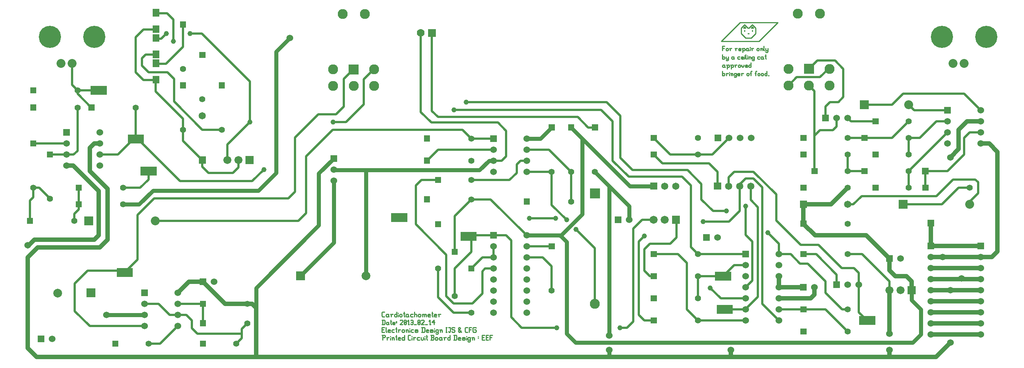
<source format=gbr>
G04 start of page 2 for group 0 idx 0 *
G04 Title: (unknown), component *
G04 Creator: pcb 20110918 *
G04 CreationDate: Thu Feb 14 20:17:10 2013 UTC *
G04 For: fosse *
G04 Format: Gerber/RS-274X *
G04 PCB-Dimensions: 893500 333500 *
G04 PCB-Coordinate-Origin: lower left *
%MOIN*%
%FSLAX25Y25*%
%LNTOP*%
%ADD41C,0.0315*%
%ADD40C,0.0472*%
%ADD39C,0.0790*%
%ADD38C,0.0320*%
%ADD37C,0.0510*%
%ADD36C,0.0380*%
%ADD35C,0.0420*%
%ADD34C,0.0395*%
%ADD33C,0.0500*%
%ADD32C,0.0280*%
%ADD31C,0.0300*%
%ADD30C,0.0118*%
%ADD29C,0.0240*%
%ADD28C,0.0460*%
%ADD27R,0.0590X0.0590*%
%ADD26R,0.0807X0.0807*%
%ADD25C,0.2000*%
%ADD24C,0.0900*%
%ADD23C,0.0700*%
%ADD22C,0.0787*%
%ADD21C,0.0650*%
%ADD20C,0.0720*%
%ADD19C,0.0800*%
%ADD18C,0.0600*%
%ADD17C,0.0550*%
%ADD16C,0.0001*%
%ADD15C,0.0090*%
%ADD14C,0.0100*%
%ADD13C,0.0350*%
%ADD12C,0.0400*%
%ADD11C,0.0200*%
G54D11*X16000Y166000D02*X21500D01*
X31000Y156500D01*
X16000Y157500D02*Y165500D01*
X15500Y166000D01*
G54D12*X52000Y186000D02*X75000Y163000D01*
X46000Y186000D02*X52000D01*
G54D11*X52500Y196000D02*X56000Y199500D01*
X31000Y196000D02*X52500D01*
X16000Y206000D02*X46000D01*
X56000Y254000D02*Y251000D01*
X51000Y277000D02*Y259000D01*
X56000Y254000D01*
X53500Y54500D02*Y79500D01*
X65000Y91000D01*
X57000Y166000D02*Y146500D01*
X53000Y142500D01*
Y136000D01*
X13000D02*Y154500D01*
X16000Y157500D01*
G54D12*X11000Y103000D02*X20000Y112000D01*
X11000Y21000D02*Y103000D01*
G54D11*X67000Y41000D02*X53500Y54500D01*
G54D12*X17000Y119000D02*X11000Y113000D01*
X19000Y13000D02*X11000Y21000D01*
X17000Y119000D02*X71000D01*
X75000Y123000D01*
X20000Y112000D02*X76000D01*
G54D11*X116500Y41000D02*X67000D01*
X65000Y91000D02*X100000D01*
X120000Y25000D02*X130500D01*
X146500Y41000D01*
G54D13*X116500Y51000D02*X82000D01*
G54D11*X100000Y91000D02*X110000Y101000D01*
Y141500D01*
G54D12*X75000Y123000D02*Y163000D01*
X67000Y181000D02*X83000Y165000D01*
Y119000D01*
X76000Y112000D01*
G54D11*X120000Y173500D02*Y181000D01*
X196000Y179500D02*X174000D01*
X213500Y172000D02*X148500D01*
X174000Y179500D02*X168500Y185000D01*
G54D13*X219000Y163500D02*X235000Y179500D01*
G54D11*X213500Y172000D02*X224000Y182500D01*
X201000Y184500D02*X196000Y179500D01*
X168500Y218500D02*X143000Y244000D01*
X169000Y190500D02*X151000Y208500D01*
Y228500D02*Y208500D01*
X143000Y244000D02*Y264500D01*
X157500Y305500D02*X168000D01*
X168500Y185000D02*Y191000D01*
G54D13*X273500Y179000D02*X287000Y192500D01*
G54D11*X262000Y194500D02*X286000Y218500D01*
X289000Y232500D02*X273000D01*
X252000Y211500D02*X273000Y232500D01*
G54D13*X287500Y182000D02*X287000Y182500D01*
G54D11*X191000Y205000D02*X211500Y225500D01*
Y262000D02*Y225500D01*
X201000Y191000D02*Y184500D01*
X191000Y205000D02*Y191000D01*
X252000Y162500D02*Y211500D01*
G54D13*X235000Y179500D02*Y289000D01*
G54D11*X168000Y305500D02*X211500Y262000D01*
G54D12*X189000Y61000D02*X213500D01*
X217000Y57500D01*
G54D11*X204000Y38500D02*X209000Y43500D01*
G54D13*X217000Y57500D02*Y75500D01*
G54D12*Y57500D02*Y13000D01*
G54D11*X169000Y43500D02*Y61000D01*
X146500D01*
G54D12*X156500Y81000D02*X146500Y71000D01*
G54D11*X159000Y39000D02*X164000Y34000D01*
X159000Y46000D02*Y39000D01*
X154000Y51000D02*X159000Y46000D01*
X164000Y34000D02*X204000D01*
Y30000D02*X199000Y25000D01*
X204000Y38500D02*Y30000D01*
X139000Y51000D02*X154000D01*
X139000D02*X129000Y61000D01*
X116500D02*X129000D01*
G54D12*X169000Y81000D02*X156500D01*
X189000Y61000D02*X169000Y81000D01*
G54D13*X124000Y163500D02*X219000D01*
G54D11*X125000Y156500D02*X240500D01*
X126000Y136000D02*X255000D01*
X186000Y218500D02*X168500D01*
X403000D02*X286000D01*
X435000Y225000D02*X375000D01*
X314000Y241500D02*X298000Y225500D01*
X289000Y232500D02*X296000Y239500D01*
G54D13*X316028Y181972D02*X316000Y182000D01*
G54D11*X381000Y200500D02*X371000Y190500D01*
X381000Y200500D02*X431000D01*
X375000Y225000D02*X365500Y234500D01*
X381000Y230000D02*X375500Y235500D01*
G54D13*X418500Y182000D02*X335500D01*
X336000D02*X287500D01*
G54D11*X396000Y108000D02*Y140500D01*
Y93000D02*X411000Y108000D01*
X396000Y140500D02*X411000Y155500D01*
X366000Y173000D02*X361000Y168000D01*
X366000Y173000D02*X381000D01*
X388500Y105500D02*X361000Y133000D01*
Y168000D02*Y133000D01*
X421000Y103000D02*X411000Y93000D01*
X423500D02*X421000Y90500D01*
Y70500D02*X412000Y61500D01*
X421000Y90500D02*Y70500D01*
X395000Y61500D02*X412000D01*
X395000D02*X388500Y68000D01*
X395000Y53000D02*X381000Y67000D01*
X395000Y53000D02*X411000D01*
X423500Y93000D02*X431000D01*
X447000Y118500D02*Y49000D01*
X456500Y39500D01*
X452000Y179500D02*X445500Y173000D01*
X388500Y105500D02*Y68000D01*
X381000Y93000D02*Y67000D01*
X396000Y93000D02*Y68000D01*
X314000Y264000D02*Y241500D01*
G54D13*X235000Y289000D02*X247500Y301500D01*
G54D11*X296000Y239500D02*Y264500D01*
X323500Y273500D02*X314000Y264000D01*
X296000Y264500D02*X305000Y273500D01*
X298000Y225500D02*X286500D01*
X375500Y235500D02*Y306000D01*
X365500D02*Y234500D01*
G54D13*X217000Y75500D02*X273500Y132000D01*
Y179000D01*
G54D11*X241000Y156500D02*X246000D01*
X255000Y136000D02*X262000Y143000D01*
X246000Y156500D02*X252000Y162500D01*
X262000Y143000D02*Y194500D01*
G54D13*X287000Y172500D02*Y116527D01*
X256973Y86500D01*
X316028D02*Y181972D01*
G54D11*X151000Y228500D02*X126500Y253000D01*
Y263209D01*
X126587Y263296D01*
X143000Y264500D02*X137000Y270500D01*
X108500Y212000D02*X148500Y172000D01*
X126383Y263500D02*X126587Y263296D01*
X114000Y276500D02*Y283000D01*
X108500Y270500D02*X115500Y263500D01*
X120000Y270500D02*X114000Y276500D01*
X115500Y263500D02*X126383D01*
X126587Y278060D02*X135560D01*
X151000Y293500D01*
X126587Y308965D02*X115465D01*
X108500Y302000D01*
Y270500D01*
X117500Y286500D02*X126217D01*
X114000Y283000D02*X117500Y286500D01*
X126217D02*X126587Y286130D01*
X142500Y318000D02*Y298500D01*
X136771Y323729D02*X142500Y318000D01*
X126587Y300894D02*X131394D01*
X126587Y323729D02*X136771D01*
X131394Y300894D02*X136000Y305500D01*
X151000Y293500D02*Y313500D01*
X137000Y270500D02*X120000D01*
X56000Y251000D02*X68500Y238500D01*
X56000Y199500D02*Y238500D01*
X75020Y253980D02*X56000Y254000D01*
G54D12*X67000Y181000D02*Y202000D01*
G54D11*X92500Y196000D02*X108500Y212000D01*
G54D12*X67000Y202000D02*X71000Y206000D01*
G54D11*X108500Y238500D02*Y212000D01*
X76000Y196000D02*X92500D01*
G54D12*X76000Y206000D02*X71000D01*
G54D13*X97000Y151000D02*X111500D01*
X124000Y163500D01*
G54D11*X97000Y166000D02*X112500D01*
X120000Y173500D01*
X110000Y141500D02*X125000Y156500D01*
G54D12*X825500Y103500D02*X880500D01*
X885500Y108500D02*X880500Y103500D01*
X825500Y83500D02*X870500D01*
Y93500D02*X825500D01*
G54D13*X809000Y26000D02*X816500Y33500D01*
G54D12*X843000Y26000D02*X830000Y13000D01*
G54D13*X816500Y33500D02*Y56000D01*
G54D12*X788000Y19500D02*Y13000D01*
X870500Y33500D02*X825500D01*
Y43500D02*X870500D01*
Y53500D02*X825500D01*
Y63500D02*X870500D01*
G54D13*X816500Y56000D02*X808000Y64500D01*
Y73500D01*
G54D11*X788000Y81500D02*Y73500D01*
G54D12*X870500D02*X825500D01*
G54D11*X686000Y136500D02*X708000Y114500D01*
X688500Y106000D02*X699000D01*
X688500Y106500D02*X689000Y106000D01*
X678500Y125500D02*X688500Y115500D01*
Y106000D01*
X699000D02*X707500Y97500D01*
X714500D01*
G54D12*X710500Y76000D02*X688500D01*
Y66000D02*X717000D01*
X688500Y76000D02*Y86000D01*
G54D11*X730500Y56000D02*X688500D01*
X730500D02*X750500Y36000D01*
Y56000D02*X745500D01*
X730500Y71000D01*
X760500Y53500D02*X768000Y46000D01*
X730500Y71000D02*Y81500D01*
G54D12*X710500Y133500D02*X721000Y123000D01*
X767000D01*
G54D11*X708000Y114500D02*X724000D01*
X722000Y106000D02*X710500D01*
X740500Y78500D02*Y87500D01*
X760500Y89000D02*X756000Y93500D01*
X745000D01*
X760500Y89000D02*Y53500D01*
X740500Y87500D02*X722000Y106000D01*
X724000Y114500D02*X745000Y93500D01*
X730500Y81500D02*X714500Y97500D01*
G54D12*X717000Y66000D02*X720500Y69500D01*
Y76000D01*
G54D11*X763500Y106000D02*X750500D01*
G54D12*X767000Y123000D02*X788000Y102000D01*
Y91500D01*
G54D11*X763500Y106000D02*X788000Y81500D01*
G54D12*Y91500D02*X793500Y86000D01*
X803500D01*
X808000Y81500D01*
Y73500D02*Y81500D01*
X788000Y73500D02*Y34000D01*
G54D13*X522500Y180500D02*X553500Y149500D01*
G54D11*X545500Y193000D02*X556500Y182000D01*
X553000Y176000D02*X538500Y190500D01*
X590500Y196000D02*X575500Y211000D01*
X628500Y196000D02*X590500D01*
X583500Y188000D02*X575500Y196000D01*
X625500Y188000D02*X583500D01*
X545500Y231000D02*Y193000D01*
G54D13*X554000Y167500D02*X501000Y220500D01*
G54D11*X538500Y190500D02*Y226000D01*
X556500Y182000D02*X606000D01*
X601000Y176000D02*X553000D01*
G54D13*X501000Y220500D02*X511000Y210500D01*
G54D11*X501000Y180500D02*Y153500D01*
X522500Y220500D02*X516500D01*
X507000Y230000D01*
X606000Y182000D02*X618500Y169500D01*
Y155500D01*
X609000Y168000D02*X601000Y176000D01*
X406500Y243500D02*X533000D01*
X481000Y200500D02*X501000Y180500D01*
X461000Y200500D02*X481000D01*
X460500Y190000D02*X461000Y190500D01*
Y180500D02*X483500D01*
G54D13*X461000Y210500D02*X473500D01*
X483500Y220500D01*
G54D11*X461000Y190500D02*X455500D01*
X438500D02*X431000D01*
G54D13*X427000D01*
X418500Y182000D01*
G54D11*X455500Y190500D02*X452000Y187000D01*
X507000Y230000D02*X381000D01*
X538500Y226000D02*X528000Y236500D01*
X395500D01*
X533000Y243500D02*X545500Y231000D01*
X435000Y225000D02*X442500Y217500D01*
Y194500D01*
X438500Y190500D01*
X403000Y218500D02*X411000Y210500D01*
G54D13*X461000Y123000D02*X491000D01*
G54D11*X483500Y95000D02*X475500Y103000D01*
X461000Y113000D02*X483500D01*
X461000Y103000D02*X475500D01*
G54D13*X491000Y123000D02*X497000Y117000D01*
G54D11*X483500Y180500D02*Y150500D01*
X487000Y138500D02*X463500D01*
G54D13*X511000Y142000D02*X491500Y122500D01*
X511000Y142000D02*Y210500D01*
G54D11*X411500Y155000D02*X411000Y155500D01*
Y210500D02*X431000D01*
X411000Y155500D02*X428500D01*
X411000Y123000D02*Y108000D01*
X421000Y103000D02*X431000D01*
X428500Y155500D02*X461000Y123000D01*
X431000Y113000D02*Y103000D01*
X411000Y123000D02*X442500D01*
X447000Y118500D01*
X452000Y187000D02*Y179500D01*
X445500Y173000D02*X411000D01*
X855500Y251000D02*X870500Y236000D01*
Y216000D02*X860500D01*
X855500Y211000D01*
Y196000D01*
G54D12*X858000Y226000D02*X850500Y218500D01*
Y201000D01*
G54D11*X805500Y166000D02*Y181000D01*
X840500Y216000D01*
X805500Y196000D02*Y211000D01*
X815500D01*
X830500Y226000D01*
X840500D01*
X855500Y196000D02*X840500Y181000D01*
X820500D01*
G54D12*X850500Y201000D02*X843000Y193500D01*
G54D11*X865500Y173500D02*X845500D01*
G54D12*X870500Y226000D02*X858000D01*
X885500Y198500D02*Y108500D01*
G54D11*X835500Y151000D02*X800500D01*
X820500Y166000D02*Y181000D01*
X850500Y166000D02*X835500Y151000D01*
X860500Y166000D02*X850500D01*
X860500Y151000D02*Y153500D01*
X868000Y161000D01*
Y171000D01*
X865500Y173500D01*
G54D12*X870500Y206000D02*X878000D01*
X885500Y198500D01*
X825500Y133500D02*Y113500D01*
X870500D02*X825500D01*
G54D11*X790500Y211000D02*X805500Y226000D01*
X840500Y236000D02*X810500D01*
X805500Y241000D01*
X765500D02*X790500D01*
X800500Y251000D01*
X855500D01*
X720500Y253500D02*X715500Y258500D01*
X734500Y243500D02*X742000D01*
X746500Y248000D01*
X725500Y218000D02*X720500Y213000D01*
X845500Y173500D02*X830500Y158500D01*
X763000D01*
G54D12*X710500Y151000D02*Y133500D01*
G54D11*X686000Y136500D02*Y160000D01*
G54D12*X710500Y151000D02*X735500D01*
X750500Y166000D01*
G54D11*X665500Y180500D02*X648000D01*
X686000Y160000D02*X665500Y180500D01*
Y174500D02*X673500Y166500D01*
X653000Y145000D02*Y169000D01*
X658500Y174500D01*
X665500D01*
G54D14*Y310500D02*X663500D01*
X664500Y308500D02*Y307500D01*
X663500Y301500D02*X667500Y305500D01*
X664500Y313500D02*X661500Y310500D01*
X663500D02*X664500Y311500D01*
X665500Y310500D01*
X661500D02*X660500D01*
G54D11*X740500Y229000D02*Y221500D01*
X750500Y211000D02*X790500D01*
X753500Y226000D02*X750500Y229000D01*
X775500Y226000D02*X753500D01*
X746500Y248000D02*Y273500D01*
X750500Y151000D02*X755500D01*
X763000Y158500D01*
X739000Y281000D02*X746500Y273500D01*
X765500Y181000D02*X750500D01*
Y196000D01*
X704500Y266000D02*X697000Y258500D01*
X734000Y273500D02*X733000D01*
X725500Y266000D01*
X715500Y273500D02*X723000Y281000D01*
X739000D01*
X725500Y266000D02*X704500D01*
X720500Y181000D02*Y253500D01*
X730500Y239500D02*X734500Y243500D01*
X737000Y218000D02*X725500D01*
X740500Y221500D02*X737000Y218000D01*
X730500Y229000D02*Y239500D01*
G54D14*X656500Y310500D02*X657500Y311500D01*
X653500Y315500D02*X636500Y298500D01*
G54D11*X628500Y196000D02*X643500Y211000D01*
G54D14*X657500Y313500D02*X654500Y310500D01*
Y305500D01*
G54D11*X633000Y167500D02*Y180500D01*
X625500Y188000D01*
X648000Y180500D02*X643000Y175500D01*
Y167500D01*
G54D14*X687500Y315500D02*X670500Y298500D01*
X653500Y315500D02*X687500D01*
X667500Y310500D02*X664500Y313500D01*
X667500Y305500D02*Y310500D01*
X654500Y305500D02*X658500Y301500D01*
X636500Y298500D02*X670500D01*
X661500Y305500D02*X660500D01*
X657500Y308500D02*Y307500D01*
X658500Y301500D02*X663500D01*
X658500Y310500D02*X656500D01*
X660500D02*X657500Y313500D01*
Y311500D02*X658500Y310500D01*
G54D13*X505000Y26000D02*X809000D01*
G54D12*X830000Y13000D02*X19500D01*
G54D11*X615500Y86000D02*Y66000D01*
X575500Y106000D02*X597500D01*
X605500Y98000D01*
Y56000D01*
X615500Y46000D01*
G54D13*X535500Y167500D02*Y32500D01*
G54D11*X522500Y111500D02*X505500Y128500D01*
X522500Y111500D02*Y61000D01*
X483500Y95000D02*Y73000D01*
G54D13*X497000Y117000D02*Y34000D01*
G54D11*X596000Y136500D02*X595500Y137000D01*
G54D13*X575500Y167500D02*X554000D01*
X553500Y149500D02*Y137000D01*
G54D11*X618500Y155500D02*X629000Y145000D01*
X609000Y112500D02*Y168000D01*
X483500Y150500D02*X497000Y137000D01*
G54D13*Y34000D02*X505000Y26000D01*
G54D11*X456500Y39500D02*X488000D01*
X575500Y86000D02*X572000D01*
X567000Y91000D01*
X562000Y51000D02*Y117500D01*
X567000Y122500D01*
Y91000D02*Y110500D01*
X572000Y115500D01*
X590500D01*
X596000Y121000D01*
Y136500D01*
G54D13*X535500Y13000D02*Y19000D01*
G54D11*X575500Y46000D02*X567000D01*
X562000Y51000D01*
X545000Y39500D02*X551500D01*
X638000Y86000D02*X615500D01*
X620000Y135500D02*X643500D01*
X653000Y145000D01*
X629000D02*X641000D01*
X615500Y106000D02*X609000Y112500D01*
X648000Y96000D02*X638000Y86000D01*
X551500Y39500D02*X557000Y45000D01*
Y129000D01*
X565000Y137000D01*
X575500D01*
X636000Y66000D02*X626500Y75500D01*
G54D12*X645000Y19000D02*Y13000D01*
G54D11*X615500Y46000D02*X658500D01*
X663000Y167500D02*Y155000D01*
X669500Y148500D01*
X658500Y149500D02*Y123500D01*
Y106000D02*X615500D01*
X658500Y66000D02*X636000D01*
X639500Y56000D02*X658500D01*
Y56500D01*
Y96000D02*X648000D01*
X669500Y148500D02*Y67500D01*
X658500Y123500D02*X664500Y117500D01*
Y82000D01*
X658500Y76000D01*
X673500Y166500D02*Y61000D01*
X658500Y56500D02*X669500Y67500D01*
X673500Y61000D02*X688500Y46000D01*
G54D15*X331050Y32900D02*Y28500D01*
X330500Y32900D02*X332700D01*
X333250Y32350D01*
Y31250D01*
X332700Y30700D02*X333250Y31250D01*
X331050Y30700D02*X332700D01*
X335120Y30150D02*Y28500D01*
Y30150D02*X335670Y30700D01*
X336770D01*
X334570D02*X335120Y30150D01*
X338090Y31800D02*Y31250D01*
Y30150D02*Y28500D01*
X339740Y30150D02*Y28500D01*
Y30150D02*X340290Y30700D01*
X340840D01*
X341390Y30150D01*
Y28500D01*
X339190Y30700D02*X339740Y30150D01*
X343260Y32900D02*Y29050D01*
X343810Y28500D01*
X342710Y31250D02*X343810D01*
X345460Y28500D02*X347110D01*
X344910Y29050D02*X345460Y28500D01*
X344910Y30150D02*Y29050D01*
Y30150D02*X345460Y30700D01*
X346560D01*
X347110Y30150D01*
X344910Y29600D02*X347110D01*
Y30150D02*Y29600D01*
X350630Y32900D02*Y28500D01*
X350080D02*X350630Y29050D01*
X348980Y28500D02*X350080D01*
X348430Y29050D02*X348980Y28500D01*
X348430Y30150D02*Y29050D01*
Y30150D02*X348980Y30700D01*
X350080D01*
X350630Y30150D01*
X354480Y28500D02*X356130D01*
X353930Y29050D02*X354480Y28500D01*
X353930Y32350D02*Y29050D01*
Y32350D02*X354480Y32900D01*
X356130D01*
X357450Y31800D02*Y31250D01*
Y30150D02*Y28500D01*
X359100Y30150D02*Y28500D01*
Y30150D02*X359650Y30700D01*
X360750D01*
X358550D02*X359100Y30150D01*
X362620Y30700D02*X364270D01*
X362070Y30150D02*X362620Y30700D01*
X362070Y30150D02*Y29050D01*
X362620Y28500D01*
X364270D01*
X365590Y30700D02*Y29050D01*
X366140Y28500D01*
X367240D01*
X367790Y29050D01*
Y30700D02*Y29050D01*
X369110Y31800D02*Y31250D01*
Y30150D02*Y28500D01*
X370760Y32900D02*Y29050D01*
X371310Y28500D01*
X370210Y31250D02*X371310D01*
X374390Y28500D02*X376590D01*
X377140Y29050D01*
Y30150D02*Y29050D01*
X376590Y30700D02*X377140Y30150D01*
X374940Y30700D02*X376590D01*
X374940Y32900D02*Y28500D01*
X374390Y32900D02*X376590D01*
X377140Y32350D01*
Y31250D01*
X376590Y30700D02*X377140Y31250D01*
X378460Y30150D02*Y29050D01*
Y30150D02*X379010Y30700D01*
X380110D01*
X380660Y30150D01*
Y29050D01*
X380110Y28500D02*X380660Y29050D01*
X379010Y28500D02*X380110D01*
X378460Y29050D02*X379010Y28500D01*
X383630Y30700D02*X384180Y30150D01*
X382530Y30700D02*X383630D01*
X381980Y30150D02*X382530Y30700D01*
X381980Y30150D02*Y29050D01*
X382530Y28500D01*
X384180Y30700D02*Y29050D01*
X384730Y28500D01*
X382530D02*X383630D01*
X384180Y29050D01*
X386600Y30150D02*Y28500D01*
Y30150D02*X387150Y30700D01*
X388250D01*
X386050D02*X386600Y30150D01*
X391770Y32900D02*Y28500D01*
X391220D02*X391770Y29050D01*
X390120Y28500D02*X391220D01*
X389570Y29050D02*X390120Y28500D01*
X389570Y30150D02*Y29050D01*
Y30150D02*X390120Y30700D01*
X391220D01*
X391770Y30150D01*
X395620Y32900D02*Y28500D01*
X397270Y32900D02*X397820Y32350D01*
Y29050D01*
X397270Y28500D02*X397820Y29050D01*
X395070Y28500D02*X397270D01*
X395070Y32900D02*X397270D01*
X399690Y28500D02*X401340D01*
X399140Y29050D02*X399690Y28500D01*
X399140Y30150D02*Y29050D01*
Y30150D02*X399690Y30700D01*
X400790D01*
X401340Y30150D01*
X399140Y29600D02*X401340D01*
Y30150D02*Y29600D01*
X403210Y28500D02*X404860D01*
X405410Y29050D01*
X404860Y29600D02*X405410Y29050D01*
X403210Y29600D02*X404860D01*
X402660Y30150D02*X403210Y29600D01*
X402660Y30150D02*X403210Y30700D01*
X404860D01*
X405410Y30150D01*
X402660Y29050D02*X403210Y28500D01*
X406730Y31800D02*Y31250D01*
Y30150D02*Y28500D01*
X409480Y30700D02*X410030Y30150D01*
X408380Y30700D02*X409480D01*
X407830Y30150D02*X408380Y30700D01*
X407830Y30150D02*Y29050D01*
X408380Y28500D01*
X409480D01*
X410030Y29050D01*
X407830Y27400D02*X408380Y26850D01*
X409480D01*
X410030Y27400D01*
Y30700D02*Y27400D01*
X411900Y30150D02*Y28500D01*
Y30150D02*X412450Y30700D01*
X413000D01*
X413550Y30150D01*
Y28500D01*
X411350Y30700D02*X411900Y30150D01*
X416850Y31250D02*X417400D01*
X416850Y30150D02*X417400D01*
X420700Y30700D02*X422350D01*
X420700Y28500D02*X422900D01*
X420700Y32900D02*Y28500D01*
Y32900D02*X422900D01*
X424220Y30700D02*X425870D01*
X424220Y28500D02*X426420D01*
X424220Y32900D02*Y28500D01*
Y32900D02*X426420D01*
X427740D02*Y28500D01*
Y32900D02*X429940D01*
X427740Y30700D02*X429390D01*
X330500Y37700D02*X332150D01*
X330500Y35500D02*X332700D01*
X330500Y39900D02*Y35500D01*
Y39900D02*X332700D01*
X334020D02*Y36050D01*
X334570Y35500D01*
X336220D02*X337870D01*
X335670Y36050D02*X336220Y35500D01*
X335670Y37150D02*Y36050D01*
Y37150D02*X336220Y37700D01*
X337320D01*
X337870Y37150D01*
X335670Y36600D02*X337870D01*
Y37150D02*Y36600D01*
X339740Y37700D02*X341390D01*
X339190Y37150D02*X339740Y37700D01*
X339190Y37150D02*Y36050D01*
X339740Y35500D01*
X341390D01*
X343260Y39900D02*Y36050D01*
X343810Y35500D01*
X342710Y38250D02*X343810D01*
X345460Y37150D02*Y35500D01*
Y37150D02*X346010Y37700D01*
X347110D01*
X344910D02*X345460Y37150D01*
X348430D02*Y36050D01*
Y37150D02*X348980Y37700D01*
X350080D01*
X350630Y37150D01*
Y36050D01*
X350080Y35500D02*X350630Y36050D01*
X348980Y35500D02*X350080D01*
X348430Y36050D02*X348980Y35500D01*
X352500Y37150D02*Y35500D01*
Y37150D02*X353050Y37700D01*
X353600D01*
X354150Y37150D01*
Y35500D01*
X351950Y37700D02*X352500Y37150D01*
X355470Y38800D02*Y38250D01*
Y37150D02*Y35500D01*
X357120Y37700D02*X358770D01*
X356570Y37150D02*X357120Y37700D01*
X356570Y37150D02*Y36050D01*
X357120Y35500D01*
X358770D01*
X360640D02*X362290D01*
X362840Y36050D01*
X362290Y36600D02*X362840Y36050D01*
X360640Y36600D02*X362290D01*
X360090Y37150D02*X360640Y36600D01*
X360090Y37150D02*X360640Y37700D01*
X362290D01*
X362840Y37150D01*
X360090Y36050D02*X360640Y35500D01*
X366690Y39900D02*Y35500D01*
X368340Y39900D02*X368890Y39350D01*
Y36050D01*
X368340Y35500D02*X368890Y36050D01*
X366140Y35500D02*X368340D01*
X366140Y39900D02*X368340D01*
X370760Y35500D02*X372410D01*
X370210Y36050D02*X370760Y35500D01*
X370210Y37150D02*Y36050D01*
Y37150D02*X370760Y37700D01*
X371860D01*
X372410Y37150D01*
X370210Y36600D02*X372410D01*
Y37150D02*Y36600D01*
X374280Y35500D02*X375930D01*
X376480Y36050D01*
X375930Y36600D02*X376480Y36050D01*
X374280Y36600D02*X375930D01*
X373730Y37150D02*X374280Y36600D01*
X373730Y37150D02*X374280Y37700D01*
X375930D01*
X376480Y37150D01*
X373730Y36050D02*X374280Y35500D01*
X377800Y38800D02*Y38250D01*
Y37150D02*Y35500D01*
X380550Y37700D02*X381100Y37150D01*
X379450Y37700D02*X380550D01*
X378900Y37150D02*X379450Y37700D01*
X378900Y37150D02*Y36050D01*
X379450Y35500D01*
X380550D01*
X381100Y36050D01*
X378900Y34400D02*X379450Y33850D01*
X380550D01*
X381100Y34400D01*
Y37700D02*Y34400D01*
X382970Y37150D02*Y35500D01*
Y37150D02*X383520Y37700D01*
X384070D01*
X384620Y37150D01*
Y35500D01*
X382420Y37700D02*X382970Y37150D01*
X387920Y39900D02*X389020D01*
X388470D02*Y35500D01*
X387920D02*X389020D01*
X390340Y39900D02*X391990D01*
Y36050D01*
X391440Y35500D02*X391990Y36050D01*
X390890Y35500D02*X391440D01*
X390340Y36050D02*X390890Y35500D01*
X395510Y39900D02*X396060Y39350D01*
X393860Y39900D02*X395510D01*
X393310Y39350D02*X393860Y39900D01*
X393310Y39350D02*Y38250D01*
X393860Y37700D01*
X395510D01*
X396060Y37150D01*
Y36050D01*
X395510Y35500D02*X396060Y36050D01*
X393860Y35500D02*X395510D01*
X393310Y36050D02*X393860Y35500D01*
X399360Y36050D02*X399910Y35500D01*
X399360Y39350D02*Y38250D01*
Y39350D02*X399910Y39900D01*
X399360Y37150D02*X401010Y38800D01*
X399910Y35500D02*X400460D01*
X401560Y36600D01*
X399360Y38250D02*X402110Y35500D01*
X399910Y39900D02*X400460D01*
X401010Y39350D01*
Y38800D01*
X399360Y37150D02*Y36050D01*
X405960Y35500D02*X407610D01*
X405410Y36050D02*X405960Y35500D01*
X405410Y39350D02*Y36050D01*
Y39350D02*X405960Y39900D01*
X407610D01*
X408930D02*Y35500D01*
Y39900D02*X411130D01*
X408930Y37700D02*X410580D01*
X414650Y39900D02*X415200Y39350D01*
X413000Y39900D02*X414650D01*
X412450Y39350D02*X413000Y39900D01*
X412450Y39350D02*Y36050D01*
X413000Y35500D01*
X414650D01*
X415200Y36050D01*
Y37150D02*Y36050D01*
X414650Y37700D02*X415200Y37150D01*
X413550Y37700D02*X414650D01*
X331050Y49500D02*X332700D01*
X330500Y50050D02*X331050Y49500D01*
X330500Y53350D02*Y50050D01*
Y53350D02*X331050Y53900D01*
X332700D01*
X335670Y51700D02*X336220Y51150D01*
X334570Y51700D02*X335670D01*
X334020Y51150D02*X334570Y51700D01*
X334020Y51150D02*Y50050D01*
X334570Y49500D01*
X336220Y51700D02*Y50050D01*
X336770Y49500D01*
X334570D02*X335670D01*
X336220Y50050D01*
X338640Y51150D02*Y49500D01*
Y51150D02*X339190Y51700D01*
X340290D01*
X338090D02*X338640Y51150D01*
X343810Y53900D02*Y49500D01*
X343260D02*X343810Y50050D01*
X342160Y49500D02*X343260D01*
X341610Y50050D02*X342160Y49500D01*
X341610Y51150D02*Y50050D01*
Y51150D02*X342160Y51700D01*
X343260D01*
X343810Y51150D01*
X345130Y52800D02*Y52250D01*
Y51150D02*Y49500D01*
X346230Y51150D02*Y50050D01*
Y51150D02*X346780Y51700D01*
X347880D01*
X348430Y51150D01*
Y50050D01*
X347880Y49500D02*X348430Y50050D01*
X346780Y49500D02*X347880D01*
X346230Y50050D02*X346780Y49500D01*
X350300Y53900D02*Y50050D01*
X350850Y49500D01*
X349750Y52250D02*X350850D01*
X353600Y51700D02*X354150Y51150D01*
X352500Y51700D02*X353600D01*
X351950Y51150D02*X352500Y51700D01*
X351950Y51150D02*Y50050D01*
X352500Y49500D01*
X354150Y51700D02*Y50050D01*
X354700Y49500D01*
X352500D02*X353600D01*
X354150Y50050D01*
X356570Y51700D02*X358220D01*
X356020Y51150D02*X356570Y51700D01*
X356020Y51150D02*Y50050D01*
X356570Y49500D01*
X358220D01*
X359540Y53900D02*Y49500D01*
Y51150D02*X360090Y51700D01*
X361190D01*
X361740Y51150D01*
Y49500D01*
X363060Y51150D02*Y50050D01*
Y51150D02*X363610Y51700D01*
X364710D01*
X365260Y51150D01*
Y50050D01*
X364710Y49500D02*X365260Y50050D01*
X363610Y49500D02*X364710D01*
X363060Y50050D02*X363610Y49500D01*
X367130Y51150D02*Y49500D01*
Y51150D02*X367680Y51700D01*
X368230D01*
X368780Y51150D01*
Y49500D01*
Y51150D02*X369330Y51700D01*
X369880D01*
X370430Y51150D01*
Y49500D01*
X366580Y51700D02*X367130Y51150D01*
X372300Y49500D02*X373950D01*
X371750Y50050D02*X372300Y49500D01*
X371750Y51150D02*Y50050D01*
Y51150D02*X372300Y51700D01*
X373400D01*
X373950Y51150D01*
X371750Y50600D02*X373950D01*
Y51150D02*Y50600D01*
X375820Y53900D02*Y50050D01*
X376370Y49500D01*
X375270Y52250D02*X376370D01*
X378020Y49500D02*X379670D01*
X377470Y50050D02*X378020Y49500D01*
X377470Y51150D02*Y50050D01*
Y51150D02*X378020Y51700D01*
X379120D01*
X379670Y51150D01*
X377470Y50600D02*X379670D01*
Y51150D02*Y50600D01*
X381540Y51150D02*Y49500D01*
Y51150D02*X382090Y51700D01*
X383190D01*
X380990D02*X381540Y51150D01*
X637500Y286510D02*Y282550D01*
Y283045D02*X637995Y282550D01*
X638985D01*
X639480Y283045D01*
Y284035D02*Y283045D01*
X638985Y284530D02*X639480Y284035D01*
X637995Y284530D02*X638985D01*
X637500Y284035D02*X637995Y284530D01*
X640668D02*Y283045D01*
X641163Y282550D01*
X642648Y284530D02*Y281560D01*
X642153Y281065D02*X642648Y281560D01*
X641163Y281065D02*X642153D01*
X640668Y281560D02*X641163Y281065D01*
Y282550D02*X642153D01*
X642648Y283045D01*
X647103Y284530D02*X647598Y284035D01*
X646113Y284530D02*X647103D01*
X645618Y284035D02*X646113Y284530D01*
X645618Y284035D02*Y283045D01*
X646113Y282550D01*
X647598Y284530D02*Y283045D01*
X648093Y282550D01*
X646113D02*X647103D01*
X647598Y283045D01*
X651558Y284530D02*X653043D01*
X651063Y284035D02*X651558Y284530D01*
X651063Y284035D02*Y283045D01*
X651558Y282550D01*
X653043D01*
X654726D02*X656211D01*
X654231Y283045D02*X654726Y282550D01*
X654231Y284035D02*Y283045D01*
Y284035D02*X654726Y284530D01*
X655716D01*
X656211Y284035D01*
X654231Y283540D02*X656211D01*
Y284035D02*Y283540D01*
X657399Y285520D02*Y285025D01*
Y284035D02*Y282550D01*
X658389Y286510D02*Y283045D01*
X658884Y282550D01*
X659874Y285520D02*Y285025D01*
Y284035D02*Y282550D01*
X661359Y284035D02*Y282550D01*
Y284035D02*X661854Y284530D01*
X662349D01*
X662844Y284035D01*
Y282550D01*
X660864Y284530D02*X661359Y284035D01*
X665517Y284530D02*X666012Y284035D01*
X664527Y284530D02*X665517D01*
X664032Y284035D02*X664527Y284530D01*
X664032Y284035D02*Y283045D01*
X664527Y282550D01*
X665517D01*
X666012Y283045D01*
X664032Y281560D02*X664527Y281065D01*
X665517D01*
X666012Y281560D01*
Y284530D02*Y281560D01*
X669477Y284530D02*X670962D01*
X668982Y284035D02*X669477Y284530D01*
X668982Y284035D02*Y283045D01*
X669477Y282550D01*
X670962D01*
X673635Y284530D02*X674130Y284035D01*
X672645Y284530D02*X673635D01*
X672150Y284035D02*X672645Y284530D01*
X672150Y284035D02*Y283045D01*
X672645Y282550D01*
X674130Y284530D02*Y283045D01*
X674625Y282550D01*
X672645D02*X673635D01*
X674130Y283045D01*
X676308Y286510D02*Y283045D01*
X676803Y282550D01*
X675813Y285025D02*X676803D01*
X638985Y277030D02*X639480Y276535D01*
X637995Y277030D02*X638985D01*
X637500Y276535D02*X637995Y277030D01*
X637500Y276535D02*Y275545D01*
X637995Y275050D01*
X639480Y277030D02*Y275545D01*
X639975Y275050D01*
X637995D02*X638985D01*
X639480Y275545D01*
X641658Y276535D02*Y273565D01*
X641163Y277030D02*X641658Y276535D01*
X642153Y277030D01*
X643143D01*
X643638Y276535D01*
Y275545D01*
X643143Y275050D02*X643638Y275545D01*
X642153Y275050D02*X643143D01*
X641658Y275545D02*X642153Y275050D01*
X645321Y276535D02*Y273565D01*
X644826Y277030D02*X645321Y276535D01*
X645816Y277030D01*
X646806D01*
X647301Y276535D01*
Y275545D01*
X646806Y275050D02*X647301Y275545D01*
X645816Y275050D02*X646806D01*
X645321Y275545D02*X645816Y275050D01*
X648984Y276535D02*Y275050D01*
Y276535D02*X649479Y277030D01*
X650469D01*
X648489D02*X648984Y276535D01*
X651657D02*Y275545D01*
Y276535D02*X652152Y277030D01*
X653142D01*
X653637Y276535D01*
Y275545D01*
X653142Y275050D02*X653637Y275545D01*
X652152Y275050D02*X653142D01*
X651657Y275545D02*X652152Y275050D01*
X654825Y277030D02*Y276040D01*
X655815Y275050D01*
X656805Y276040D01*
Y277030D02*Y276040D01*
X658488Y275050D02*X659973D01*
X657993Y275545D02*X658488Y275050D01*
X657993Y276535D02*Y275545D01*
Y276535D02*X658488Y277030D01*
X659478D01*
X659973Y276535D01*
X657993Y276040D02*X659973D01*
Y276535D02*Y276040D01*
X663141Y279010D02*Y275050D01*
X662646D02*X663141Y275545D01*
X661656Y275050D02*X662646D01*
X661161Y275545D02*X661656Y275050D01*
X661161Y276535D02*Y275545D01*
Y276535D02*X661656Y277030D01*
X662646D01*
X663141Y276535D01*
X637500Y271510D02*Y267550D01*
Y268045D02*X637995Y267550D01*
X638985D01*
X639480Y268045D01*
Y269035D02*Y268045D01*
X638985Y269530D02*X639480Y269035D01*
X637995Y269530D02*X638985D01*
X637500Y269035D02*X637995Y269530D01*
X641163Y269035D02*Y267550D01*
Y269035D02*X641658Y269530D01*
X642648D01*
X640668D02*X641163Y269035D01*
X643836Y270520D02*Y270025D01*
Y269035D02*Y267550D01*
X645321Y269035D02*Y267550D01*
Y269035D02*X645816Y269530D01*
X646311D01*
X646806Y269035D01*
Y267550D01*
X644826Y269530D02*X645321Y269035D01*
X649479Y269530D02*X649974Y269035D01*
X648489Y269530D02*X649479D01*
X647994Y269035D02*X648489Y269530D01*
X647994Y269035D02*Y268045D01*
X648489Y267550D01*
X649479D01*
X649974Y268045D01*
X647994Y266560D02*X648489Y266065D01*
X649479D01*
X649974Y266560D01*
Y269530D02*Y266560D01*
X651657Y267550D02*X653142D01*
X651162Y268045D02*X651657Y267550D01*
X651162Y269035D02*Y268045D01*
Y269035D02*X651657Y269530D01*
X652647D01*
X653142Y269035D01*
X651162Y268540D02*X653142D01*
Y269035D02*Y268540D01*
X654825Y269035D02*Y267550D01*
Y269035D02*X655320Y269530D01*
X656310D01*
X654330D02*X654825Y269035D01*
X659280D02*Y268045D01*
Y269035D02*X659775Y269530D01*
X660765D01*
X661260Y269035D01*
Y268045D01*
X660765Y267550D02*X661260Y268045D01*
X659775Y267550D02*X660765D01*
X659280Y268045D02*X659775Y267550D01*
X662943Y271015D02*Y267550D01*
Y271015D02*X663438Y271510D01*
X663933D01*
X662448Y269530D02*X663438D01*
X667200Y271015D02*Y267550D01*
Y271015D02*X667695Y271510D01*
X668190D01*
X666705Y269530D02*X667695D01*
X669180Y269035D02*Y268045D01*
Y269035D02*X669675Y269530D01*
X670665D01*
X671160Y269035D01*
Y268045D01*
X670665Y267550D02*X671160Y268045D01*
X669675Y267550D02*X670665D01*
X669180Y268045D02*X669675Y267550D01*
X672348Y269035D02*Y268045D01*
Y269035D02*X672843Y269530D01*
X673833D01*
X674328Y269035D01*
Y268045D01*
X673833Y267550D02*X674328Y268045D01*
X672843Y267550D02*X673833D01*
X672348Y268045D02*X672843Y267550D01*
X677496Y271510D02*Y267550D01*
X677001D02*X677496Y268045D01*
X676011Y267550D02*X677001D01*
X675516Y268045D02*X676011Y267550D01*
X675516Y269035D02*Y268045D01*
Y269035D02*X676011Y269530D01*
X677001D01*
X677496Y269035D01*
X678684Y267550D02*X679179D01*
X637500Y294010D02*Y290050D01*
Y294010D02*X639480D01*
X637500Y292030D02*X638985D01*
X640668Y291535D02*Y290545D01*
Y291535D02*X641163Y292030D01*
X642153D01*
X642648Y291535D01*
Y290545D01*
X642153Y290050D02*X642648Y290545D01*
X641163Y290050D02*X642153D01*
X640668Y290545D02*X641163Y290050D01*
X644331Y291535D02*Y290050D01*
Y291535D02*X644826Y292030D01*
X645816D01*
X643836D02*X644331Y291535D01*
X649281D02*Y290050D01*
Y291535D02*X649776Y292030D01*
X650766D01*
X648786D02*X649281Y291535D01*
X652449Y290050D02*X653934D01*
X651954Y290545D02*X652449Y290050D01*
X651954Y291535D02*Y290545D01*
Y291535D02*X652449Y292030D01*
X653439D01*
X653934Y291535D01*
X651954Y291040D02*X653934D01*
Y291535D02*Y291040D01*
X655617Y291535D02*Y288565D01*
X655122Y292030D02*X655617Y291535D01*
X656112Y292030D01*
X657102D01*
X657597Y291535D01*
Y290545D01*
X657102Y290050D02*X657597Y290545D01*
X656112Y290050D02*X657102D01*
X655617Y290545D02*X656112Y290050D01*
X660270Y292030D02*X660765Y291535D01*
X659280Y292030D02*X660270D01*
X658785Y291535D02*X659280Y292030D01*
X658785Y291535D02*Y290545D01*
X659280Y290050D01*
X660765Y292030D02*Y290545D01*
X661260Y290050D01*
X659280D02*X660270D01*
X660765Y290545D01*
X662448Y293020D02*Y292525D01*
Y291535D02*Y290050D01*
X663933Y291535D02*Y290050D01*
Y291535D02*X664428Y292030D01*
X665418D01*
X663438D02*X663933Y291535D01*
X668388D02*Y290545D01*
Y291535D02*X668883Y292030D01*
X669873D01*
X670368Y291535D01*
Y290545D01*
X669873Y290050D02*X670368Y290545D01*
X668883Y290050D02*X669873D01*
X668388Y290545D02*X668883Y290050D01*
X672051Y291535D02*Y290050D01*
Y291535D02*X672546Y292030D01*
X673041D01*
X673536Y291535D01*
Y290050D01*
X671556Y292030D02*X672051Y291535D01*
X674724Y294010D02*Y290545D01*
X675219Y290050D01*
X676209Y292030D02*Y290545D01*
X676704Y290050D01*
X678189Y292030D02*Y289060D01*
X677694Y288565D02*X678189Y289060D01*
X676704Y288565D02*X677694D01*
X676209Y289060D02*X676704Y288565D01*
Y290050D02*X677694D01*
X678189Y290545D01*
X331000Y46500D02*Y42500D01*
X332500Y46500D02*X333000Y46000D01*
Y43000D01*
X332500Y42500D02*X333000Y43000D01*
X330500Y42500D02*X332500D01*
X330500Y46500D02*X332500D01*
X335700Y44500D02*X336200Y44000D01*
X334700Y44500D02*X335700D01*
X334200Y44000D02*X334700Y44500D01*
X334200Y44000D02*Y43000D01*
X334700Y42500D01*
X336200Y44500D02*Y43000D01*
X336700Y42500D01*
X334700D02*X335700D01*
X336200Y43000D01*
X338400Y46500D02*Y43000D01*
X338900Y42500D01*
X337900Y45000D02*X338900D01*
X340400Y42500D02*X341900D01*
X339900Y43000D02*X340400Y42500D01*
X339900Y44000D02*Y43000D01*
Y44000D02*X340400Y44500D01*
X341400D01*
X341900Y44000D01*
X339900Y43500D02*X341900D01*
Y44000D02*Y43500D01*
X343100Y45000D02*X343600D01*
X343100Y44000D02*X343600D01*
X346600Y46000D02*X347100Y46500D01*
X348600D01*
X349100Y46000D01*
Y45000D01*
X346600Y42500D02*X349100Y45000D01*
X346600Y42500D02*X349100D01*
X350300Y43000D02*X350800Y42500D01*
X350300Y46000D02*Y43000D01*
Y46000D02*X350800Y46500D01*
X351800D01*
X352300Y46000D01*
Y43000D01*
X351800Y42500D02*X352300Y43000D01*
X350800Y42500D02*X351800D01*
X350300Y43500D02*X352300Y45500D01*
X354000Y42500D02*X355000D01*
X354500Y46500D02*Y42500D01*
X353500Y45500D02*X354500Y46500D01*
X356200Y46000D02*X356700Y46500D01*
X357700D01*
X358200Y46000D01*
Y43000D01*
X357700Y42500D02*X358200Y43000D01*
X356700Y42500D02*X357700D01*
X356200Y43000D02*X356700Y42500D01*
Y44500D02*X358200D01*
X359400Y42500D02*X361400D01*
X362600Y43000D02*X363100Y42500D01*
X362600Y46000D02*Y43000D01*
Y46000D02*X363100Y46500D01*
X364100D01*
X364600Y46000D01*
Y43000D01*
X364100Y42500D02*X364600Y43000D01*
X363100Y42500D02*X364100D01*
X362600Y43500D02*X364600Y45500D01*
X365800Y46000D02*X366300Y46500D01*
X367800D01*
X368300Y46000D01*
Y45000D01*
X365800Y42500D02*X368300Y45000D01*
X365800Y42500D02*X368300D01*
X369500D02*X371500D01*
X373200D02*X374200D01*
X373700Y46500D02*Y42500D01*
X372700Y45500D02*X373700Y46500D01*
X375400Y44500D02*X377400Y46500D01*
X375400Y44500D02*X377900D01*
X377400Y46500D02*Y42500D01*
G54D16*G36*
X166250Y27750D02*Y22250D01*
X171750D01*
Y27750D01*
X166250D01*
G37*
G54D17*X199000Y25000D03*
G54D16*G36*
X166250Y63750D02*Y58250D01*
X171750D01*
Y63750D01*
X166250D01*
G37*
G36*
X166000Y84000D02*Y78000D01*
X172000D01*
Y84000D01*
X166000D01*
G37*
G54D18*X179000Y81000D03*
G54D16*G36*
X166250Y46250D02*Y40750D01*
X171750D01*
Y46250D01*
X166250D01*
G37*
G54D18*X146500Y41000D03*
Y51000D03*
Y61000D03*
Y71000D03*
G54D17*X209000Y43500D03*
G54D19*X126000Y136000D03*
G54D17*X209000Y61000D03*
G54D16*G36*
X253036Y90437D02*Y82563D01*
X260910D01*
Y90437D01*
X253036D01*
G37*
G36*
X207400Y194600D02*Y187400D01*
X214600D01*
Y194600D01*
X207400D01*
G37*
G54D20*X201000Y191000D03*
X191000D03*
G54D16*G36*
X284000Y195500D02*Y189500D01*
X290000D01*
Y195500D01*
X284000D01*
G37*
G54D18*X287000Y182500D03*
Y172500D03*
G54D16*G36*
X165250Y194250D02*Y187750D01*
X171750D01*
Y194250D01*
X165250D01*
G37*
G54D21*X168500Y231000D03*
G54D16*G36*
X165750Y288750D02*Y283250D01*
X171250D01*
Y288750D01*
X165750D01*
G37*
G54D17*X168500Y246000D03*
G54D16*G36*
X148250Y316250D02*Y310750D01*
X153750D01*
Y316250D01*
X148250D01*
G37*
G54D17*X151000Y273500D03*
G54D16*G36*
X148250Y261250D02*Y255750D01*
X153750D01*
Y261250D01*
X148250D01*
G37*
G36*
X183250D02*Y255750D01*
X188750D01*
Y261250D01*
X183250D01*
G37*
G54D17*X186000Y218500D03*
X151000D03*
G54D16*G36*
X368250Y158250D02*Y152750D01*
X373750D01*
Y158250D01*
X368250D01*
G37*
G54D17*X411000Y155500D03*
Y190500D03*
Y173000D03*
Y210500D03*
G54D16*G36*
X378250Y135750D02*Y130250D01*
X383750D01*
Y135750D01*
X378250D01*
G37*
G36*
Y175750D02*Y170250D01*
X383750D01*
Y175750D01*
X378250D01*
G37*
G36*
X393250Y110750D02*Y105250D01*
X398750D01*
Y110750D01*
X393250D01*
G37*
G36*
X408250Y95750D02*Y90250D01*
X413750D01*
Y95750D01*
X408250D01*
G37*
G54D17*X411000Y53000D03*
G54D22*X316028Y86500D03*
G54D17*X381000Y93000D03*
X396000Y68000D03*
G54D16*G36*
X368250Y193250D02*Y187750D01*
X373750D01*
Y193250D01*
X368250D01*
G37*
G36*
Y213250D02*Y207750D01*
X373750D01*
Y213250D01*
X368250D01*
G37*
G36*
X372000Y309500D02*Y302500D01*
X379000D01*
Y309500D01*
X372000D01*
G37*
G54D23*X365500Y306000D03*
G54D24*X295000Y323000D03*
X315000D03*
G54D16*G36*
X300500Y277500D02*Y268500D01*
X309500D01*
Y277500D01*
X300500D01*
G37*
G54D24*X323500Y273000D03*
X286500D03*
Y258000D03*
X305000D03*
X323500D03*
G54D16*G36*
X772750Y228750D02*Y223250D01*
X778250D01*
Y228750D01*
X772750D01*
G37*
G54D17*X805500Y226000D03*
G54D16*G36*
X762750Y213750D02*Y208250D01*
X768250D01*
Y213750D01*
X762750D01*
G37*
G54D17*X805500Y211000D03*
Y196000D03*
G54D16*G36*
X727500Y232000D02*Y226000D01*
X733500D01*
Y232000D01*
X727500D01*
G37*
G36*
X707750Y136250D02*Y130750D01*
X713250D01*
Y136250D01*
X707750D01*
G37*
G36*
Y168750D02*Y163250D01*
X713250D01*
Y168750D01*
X707750D01*
G37*
G36*
X717750Y183750D02*Y178250D01*
X723250D01*
Y183750D01*
X717750D01*
G37*
G54D18*X740500Y229000D03*
X750500D03*
G54D17*Y133500D03*
Y211000D03*
Y166000D03*
Y181000D03*
G54D16*G36*
X707750Y198750D02*Y193250D01*
X713250D01*
Y198750D01*
X707750D01*
G37*
G54D17*X750500Y196000D03*
G54D16*G36*
X707750Y213750D02*Y208250D01*
X713250D01*
Y213750D01*
X707750D01*
G37*
G36*
X762750Y183750D02*Y178250D01*
X768250D01*
Y183750D01*
X762750D01*
G37*
G36*
X772750Y198750D02*Y193250D01*
X778250D01*
Y198750D01*
X772750D01*
G37*
G54D21*X750500Y151000D03*
G54D16*G36*
X796500Y155000D02*Y147000D01*
X804500D01*
Y155000D01*
X796500D01*
G37*
G36*
X761500Y245000D02*Y237000D01*
X769500D01*
Y245000D01*
X761500D01*
G37*
G54D19*X805500Y241000D03*
G54D16*G36*
X837500Y239000D02*Y233000D01*
X843500D01*
Y239000D01*
X837500D01*
G37*
G54D18*X840500Y226000D03*
Y216000D03*
Y206000D03*
G54D24*X705500Y323500D03*
G54D16*G36*
X711000Y278000D02*Y269000D01*
X720000D01*
Y278000D01*
X711000D01*
G37*
G54D24*X697000Y273500D03*
Y258500D03*
X715500D03*
X725500Y323500D03*
X734000Y273500D03*
Y258500D03*
G54D19*X845500Y278500D03*
G54D25*X835500Y302500D03*
G54D19*X855500Y278500D03*
G54D25*X875500Y302500D03*
G54D16*G36*
X817750Y168750D02*Y163250D01*
X823250D01*
Y168750D01*
X817750D01*
G37*
G54D17*X860500Y166000D03*
G54D16*G36*
X772750Y168750D02*Y163250D01*
X778250D01*
Y168750D01*
X772750D01*
G37*
G54D17*X805500Y166000D03*
Y181000D03*
G54D16*G36*
X817500Y184000D02*Y178000D01*
X823500D01*
Y184000D01*
X817500D01*
G37*
G54D19*X860500Y151000D03*
G54D18*X870500Y206000D03*
Y216000D03*
Y226000D03*
Y236000D03*
G54D16*G36*
X822500Y137000D02*Y131000D01*
X828500D01*
Y137000D01*
X822500D01*
G37*
G36*
Y116500D02*Y110500D01*
X828500D01*
Y116500D01*
X822500D01*
G37*
G36*
X867500D02*Y110500D01*
X873500D01*
Y116500D01*
X867500D01*
G37*
G54D18*X870500Y103500D03*
Y93500D03*
Y83500D03*
Y73500D03*
X760500Y78500D03*
X825500Y73500D03*
G54D16*G36*
X804400Y77100D02*Y69900D01*
X811600D01*
Y77100D01*
X804400D01*
G37*
G54D20*X798000Y73500D03*
X788000D03*
G54D18*X870500Y63500D03*
X825500D03*
Y53500D03*
Y43500D03*
Y33500D03*
X870500Y53500D03*
Y43500D03*
Y33500D03*
G54D16*G36*
X785000Y105000D02*Y99000D01*
X791000D01*
Y105000D01*
X785000D01*
G37*
G54D18*X798000Y102000D03*
X825500Y103500D03*
Y93500D03*
Y83500D03*
G54D16*G36*
X629750Y170750D02*Y164250D01*
X636250D01*
Y170750D01*
X629750D01*
G37*
G54D21*X643000Y167500D03*
X653000D03*
X663000D03*
G54D16*G36*
X630500Y214000D02*Y208000D01*
X636500D01*
Y214000D01*
X630500D01*
G37*
G54D18*X643500Y211000D03*
X653500D03*
X663500D03*
G54D16*G36*
X572750Y213750D02*Y208250D01*
X578250D01*
Y213750D01*
X572750D01*
G37*
G54D17*X615500Y211000D03*
G54D16*G36*
X572750Y198750D02*Y193250D01*
X578250D01*
Y198750D01*
X572750D01*
G37*
G54D17*X615500Y196000D03*
G54D16*G36*
X707750Y38750D02*Y33250D01*
X713250D01*
Y38750D01*
X707750D01*
G37*
G54D17*X750500Y36000D03*
G54D18*Y78500D03*
G54D17*Y56000D03*
G54D16*G36*
X707750Y108750D02*Y103250D01*
X713250D01*
Y108750D01*
X707750D01*
G37*
G54D17*X750500Y106000D03*
G54D16*G36*
X707250Y154250D02*Y147750D01*
X713750D01*
Y154250D01*
X707250D01*
G37*
G36*
X707500Y79000D02*Y73000D01*
X713500D01*
Y79000D01*
X707500D01*
G37*
G54D18*X720500Y76000D03*
G54D16*G36*
X737500Y81500D02*Y75500D01*
X743500D01*
Y81500D01*
X737500D01*
G37*
G36*
X707750Y58750D02*Y53250D01*
X713250D01*
Y58750D01*
X707750D01*
G37*
G36*
X620000Y124000D02*Y118000D01*
X626000D01*
Y124000D01*
X620000D01*
G37*
G54D18*X633000Y121000D03*
G54D16*G36*
X480750Y115750D02*Y110250D01*
X486250D01*
Y115750D01*
X480750D01*
G37*
G36*
X572750Y68750D02*Y63250D01*
X578250D01*
Y68750D01*
X572750D01*
G37*
G36*
Y48750D02*Y43250D01*
X578250D01*
Y48750D01*
X572750D01*
G37*
G54D24*X522500Y61000D03*
G54D17*X483500Y73000D03*
G54D16*G36*
X572250Y170750D02*Y164250D01*
X578750D01*
Y170750D01*
X572250D01*
G37*
G54D21*X585500Y167500D03*
X595500D03*
G54D16*G36*
X591900Y140600D02*Y133400D01*
X599100D01*
Y140600D01*
X591900D01*
G37*
G54D20*X585500Y137000D03*
X575500D03*
G54D16*G36*
X458250Y156250D02*Y150750D01*
X463750D01*
Y156250D01*
X458250D01*
G37*
G54D17*X501000Y153500D03*
G54D16*G36*
X540500Y140000D02*Y134000D01*
X546500D01*
Y140000D01*
X540500D01*
G37*
G54D18*X553500Y137000D03*
G54D16*G36*
X518000Y165500D02*Y156500D01*
X527000D01*
Y165500D01*
X518000D01*
G37*
G36*
X519750Y223250D02*Y217750D01*
X525250D01*
Y223250D01*
X519750D01*
G37*
G36*
X498250D02*Y217750D01*
X503750D01*
Y223250D01*
X498250D01*
G37*
G36*
X480750D02*Y217750D01*
X486250D01*
Y223250D01*
X480750D01*
G37*
G54D17*X522500Y180500D03*
X501000D03*
X483500D03*
G54D18*X461000D03*
G54D16*G36*
X428000Y213500D02*Y207500D01*
X434000D01*
Y213500D01*
X428000D01*
G37*
G54D18*X461000Y210500D03*
X431000Y200500D03*
X461000D03*
X431000Y190500D03*
Y180500D03*
X461000Y190500D03*
G54D16*G36*
X428000Y126000D02*Y120000D01*
X434000D01*
Y126000D01*
X428000D01*
G37*
G54D18*X431000Y113000D03*
Y103000D03*
Y93000D03*
Y83000D03*
X461000D03*
Y93000D03*
Y103000D03*
Y113000D03*
Y123000D03*
X431000Y73000D03*
Y63000D03*
Y53000D03*
X461000D03*
Y63000D03*
Y73000D03*
G54D16*G36*
X572750Y108750D02*Y103250D01*
X578250D01*
Y108750D01*
X572750D01*
G37*
G54D17*X615500Y106000D03*
G54D16*G36*
X572750Y88750D02*Y83250D01*
X578250D01*
Y88750D01*
X572750D01*
G37*
G54D17*X615500Y66000D03*
Y46000D03*
Y86000D03*
G54D16*G36*
X655500Y109000D02*Y103000D01*
X661500D01*
Y109000D01*
X655500D01*
G37*
G54D18*X658500Y96000D03*
Y86000D03*
Y76000D03*
X688500D03*
Y86000D03*
Y96000D03*
Y106000D03*
X658500Y66000D03*
X688500D03*
X658500Y56000D03*
Y46000D03*
X688500D03*
Y56000D03*
G54D16*G36*
X65750Y241250D02*Y235750D01*
X71250D01*
Y241250D01*
X65750D01*
G37*
G36*
X13250Y256750D02*Y251250D01*
X18750D01*
Y256750D01*
X13250D01*
G37*
G54D17*X56000Y254000D03*
G54D16*G36*
X13250Y241250D02*Y235750D01*
X18750D01*
Y241250D01*
X13250D01*
G37*
G54D17*X56000Y238500D03*
G54D19*X41000Y278500D03*
G54D25*X31000Y302500D03*
G54D19*X51000Y278500D03*
G54D25*X71000Y302500D03*
G54D17*X108500Y238500D03*
G54D16*G36*
X62000Y140000D02*Y132000D01*
X70000D01*
Y140000D01*
X62000D01*
G37*
G36*
X54250Y168750D02*Y163250D01*
X59750D01*
Y168750D01*
X54250D01*
G37*
G54D17*X97000Y166000D03*
G54D16*G36*
X54250Y153750D02*Y148250D01*
X59750D01*
Y153750D01*
X54250D01*
G37*
G54D17*X97000Y151000D03*
X53000Y136000D03*
G54D16*G36*
X64063Y74937D02*Y67063D01*
X71937D01*
Y74937D01*
X64063D01*
G37*
G36*
X113500Y74000D02*Y68000D01*
X119500D01*
Y74000D01*
X113500D01*
G37*
G54D22*X38078Y70607D03*
G54D16*G36*
X87250Y27750D02*Y22250D01*
X92750D01*
Y27750D01*
X87250D01*
G37*
G36*
X20000Y32500D02*Y26500D01*
X26000D01*
Y32500D01*
X20000D01*
G37*
G54D18*X33000Y29500D03*
G54D17*X120000Y25000D03*
G54D18*X116500Y61000D03*
Y51000D03*
Y41000D03*
X76000Y186000D03*
Y196000D03*
Y206000D03*
Y216000D03*
G54D17*X16000Y166000D03*
X31000Y156000D03*
G54D16*G36*
X10250Y138750D02*Y133250D01*
X15750D01*
Y138750D01*
X10250D01*
G37*
G36*
X13250Y208750D02*Y203250D01*
X18750D01*
Y208750D01*
X13250D01*
G37*
G36*
X28250Y198750D02*Y193250D01*
X33750D01*
Y198750D01*
X28250D01*
G37*
G36*
X43000Y219000D02*Y213000D01*
X49000D01*
Y219000D01*
X43000D01*
G37*
G54D18*X46000Y206000D03*
Y196000D03*
Y186000D03*
G54D26*X634850Y86000D02*X641149D01*
X764850Y46000D02*X771149D01*
X636350Y56000D02*X642649D01*
G54D27*X126587Y301879D02*Y300894D01*
Y287115D02*Y286130D01*
Y279045D02*Y278060D01*
Y264281D02*Y263296D01*
Y324714D02*Y323729D01*
Y309950D02*Y308965D01*
G54D26*X405350Y122000D02*X411649D01*
X342850Y139000D02*X349149D01*
X116850Y181000D02*X123149D01*
X95350Y89500D02*X101649D01*
X105350Y210000D02*X111649D01*
X71870Y253980D02*X78169D01*
G54D28*X157500Y305500D03*
X136000D03*
G54D18*X11000Y114000D03*
G54D28*X142500Y298500D03*
G54D18*X82000Y51000D03*
G54D28*X211500Y225500D03*
X286500D03*
G54D18*X247500Y301500D03*
G54D28*X395500Y236500D03*
X406500Y243500D03*
X224000Y182500D03*
X346000Y139000D03*
G54D18*X843000Y73500D03*
Y193500D03*
Y26000D03*
X853000Y84000D03*
X836000Y103500D03*
G54D28*X487000Y138500D03*
X497000Y137000D03*
X505500Y128500D03*
X567000Y122500D03*
X463500Y138500D03*
X678500Y125500D03*
X641000Y145000D03*
X620000Y135500D03*
X626500Y75500D03*
X658500Y149500D03*
G54D18*X645000Y19500D03*
X535500D03*
Y32500D03*
G54D28*X488000Y39500D03*
X545000D03*
G54D18*X788000Y34000D03*
Y19500D03*
G54D29*X768000Y46000D03*
G54D11*G54D13*G54D11*G54D13*G54D11*G54D13*G54D11*G54D13*G54D11*G54D13*G54D11*G54D13*G54D30*G54D31*G54D32*G54D31*G54D33*G54D31*G54D34*G54D35*G54D36*G54D31*G54D34*G54D31*G54D32*G54D37*G54D31*G54D36*G54D31*G54D36*G54D31*G54D33*G54D31*G54D32*G54D37*G54D38*G54D39*G54D38*G54D39*G54D31*G54D36*G54D33*G54D32*G54D36*G54D35*G54D36*G54D31*G54D36*G54D31*G54D36*G54D31*G54D36*G54D31*G54D33*G54D31*G54D36*G54D35*G54D31*G54D33*G54D31*G54D32*G54D31*G54D32*G54D31*G54D38*G54D39*G54D38*G54D39*G54D40*G54D31*G54D40*G54D33*G54D31*G54D41*G54D32*G54D41*G54D31*G54D32*G54D31*G54D32*M02*

</source>
